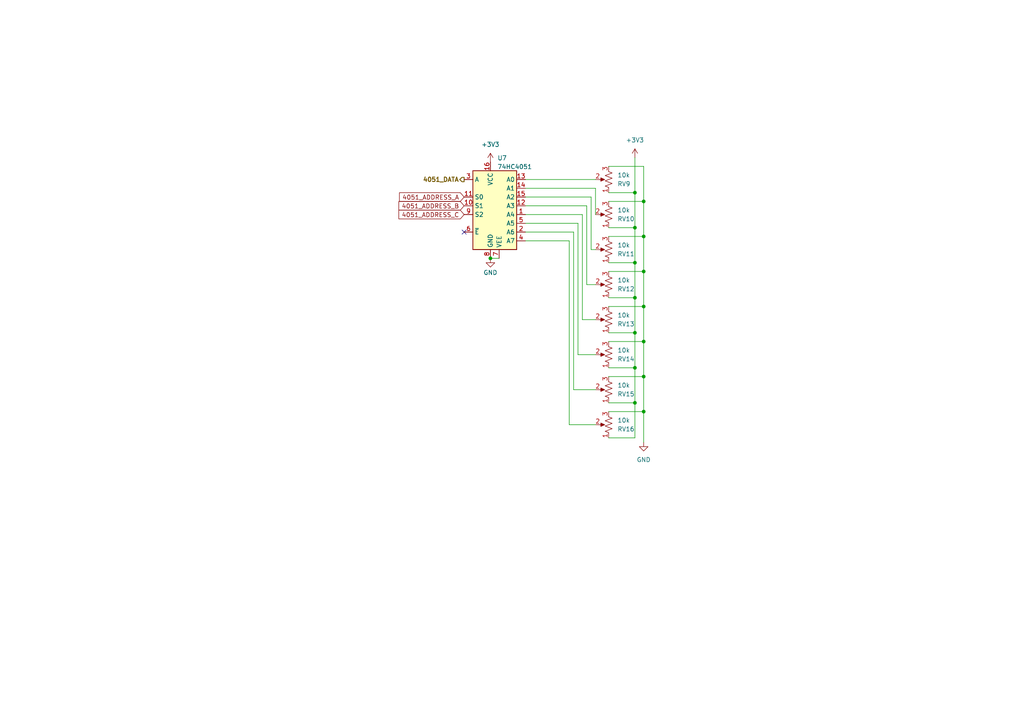
<source format=kicad_sch>
(kicad_sch (version 20230121) (generator eeschema)
  (paper "A4")
  (lib_symbols
    (symbol "74xx:74HC4051"
      (property "Reference" "U" (at -5.08 11.43 0))
      (property "Value" "74HC4051" (at -7.62 -13.97 0))
      (symbol "74HC4051_0_1"
        (rectangle (start -5.08 10.16) (end 7.62 -12.7) (stroke (width 0.254)) (fill (type background)))
      )
      (symbol "74HC4051_1_1"
        (pin passive line (at 10.16 -2.54 180) (length 2.54) (name "A4") (number "1"))
        (pin input line (at -7.62 0 0) (length 2.54) (name "S1") (number "10"))
        (pin input line (at -7.62 2.54 0) (length 2.54) (name "S0") (number "11"))
        (pin passive line (at 10.16 0 180) (length 2.54) (name "A3") (number "12"))
        (pin passive line (at 10.16 7.62 180) (length 2.54) (name "A0") (number "13"))
        (pin passive line (at 10.16 5.08 180) (length 2.54) (name "A1") (number "14"))
        (pin passive line (at 10.16 2.54 180) (length 2.54) (name "A2") (number "15"))
        (pin power_in line (at 0 12.7 270) (length 2.54) (name "VCC") (number "16"))
        (pin passive line (at 10.16 -7.62 180) (length 2.54) (name "A6") (number "2"))
        (pin passive line (at -7.62 7.62 0) (length 2.54) (name "A") (number "3"))
        (pin passive line (at 10.16 -10.16 180) (length 2.54) (name "A7") (number "4"))
        (pin passive line (at 10.16 -5.08 180) (length 2.54) (name "A5") (number "5"))
        (pin input line (at -7.62 -7.62 0) (length 2.54) (name "~{E}") (number "6"))
        (pin power_in line (at 2.54 -15.24 90) (length 2.54) (name "VEE") (number "7"))
        (pin power_in line (at 0 -15.24 90) (length 2.54) (name "GND") (number "8"))
        (pin input line (at -7.62 -2.54 0) (length 2.54) (name "S2") (number "9"))
      )
    )
    (symbol "Device:R_Potentiometer_US" (pin_names (offset 1.016) hide)
      (property "Reference" "RV" (at -4.445 0 90))
      (property "Value" "R_Potentiometer_US" (at -2.54 0 90))
      (symbol "R_Potentiometer_US_0_1"
        (polyline (pts (xy 0 -2.286) (xy 0 -2.54)))
        (polyline (pts (xy 0 2.54) (xy 0 2.286)))
        (polyline (pts (xy 2.54 0) (xy 1.524 0)))
        (polyline (pts (xy 1.143 0) (xy 2.286 0.508) (xy 2.286 -0.508) (xy 1.143 0)) (fill (type outline)))
        (polyline (pts (xy 0 -0.762) (xy 1.016 -1.143) (xy 0 -1.524) (xy -1.016 -1.905) (xy 0 -2.286)))
        (polyline (pts (xy 0 0.762) (xy 1.016 0.381) (xy 0 0) (xy -1.016 -0.381) (xy 0 -0.762)))
        (polyline (pts (xy 0 2.286) (xy 1.016 1.905) (xy 0 1.524) (xy -1.016 1.143) (xy 0 0.762)))
      )
      (symbol "R_Potentiometer_US_1_1"
        (pin passive line (at 0 3.81 270) (length 1.27) (name "1") (number "1"))
        (pin passive line (at 3.81 0 180) (length 1.27) (name "2") (number "2"))
        (pin passive line (at 0 -3.81 90) (length 1.27) (name "3") (number "3"))
      )
    )
    (symbol "power:+3V3" (power) (pin_names (offset 0))
      (property "Value" "+3V3" (at 0 3.556 0))
      (symbol "+3V3_0_1"
        (polyline (pts (xy -0.762 1.27) (xy 0 2.54)))
        (polyline (pts (xy 0 0) (xy 0 2.54)))
        (polyline (pts (xy 0 2.54) (xy 0.762 1.27)))
      )
      (symbol "+3V3_1_1"
        (pin power_in line (at 0 0 90) (length 0) hide (name "+3V3") (number "1"))
      )
    )
    (symbol "power:GND" (power) (pin_names (offset 0))
      (property "Value" "GND" (at 0 -3.81 0))
      (symbol "GND_0_1"
        (polyline (pts (xy 0 0) (xy 0 -1.27) (xy 1.27 -1.27) (xy 0 -2.54) (xy -1.27 -1.27) (xy 0 -1.27)))
      )
      (symbol "GND_1_1"
        (pin power_in line (at 0 0 270) (length 0) hide (name "GND") (number "1"))
      )
    )
  )
  (junction (at 186.69 68.58))
  (junction (at 184.15 96.52))
  (junction (at 184.15 86.36))
  (junction (at 186.69 78.74))
  (junction (at 184.15 106.68))
  (junction (at 184.15 55.88))
  (junction (at 186.69 99.06))
  (junction (at 184.15 76.2))
  (junction (at 184.15 66.04))
  (junction (at 184.15 116.84))
  (junction (at 142.24 74.93))
  (junction (at 186.69 58.42))
  (junction (at 186.69 88.9))
  (junction (at 186.69 109.22))
  (junction (at 186.69 119.38))
  (no_connect (at 134.62 67.31))
  (wire (pts (xy 171.45 72.39) (xy 172.72 72.39)))
  (wire (pts (xy 172.72 92.71) (xy 168.91 92.71)))
  (wire (pts (xy 176.53 86.36) (xy 184.15 86.36)))
  (wire (pts (xy 176.53 88.9) (xy 186.69 88.9)))
  (wire (pts (xy 176.53 106.68) (xy 184.15 106.68)))
  (wire (pts (xy 176.53 48.26) (xy 186.69 48.26)))
  (wire (pts (xy 184.15 116.84) (xy 184.15 106.68)))
  (wire (pts (xy 152.4 57.15) (xy 171.45 57.15)))
  (wire (pts (xy 186.69 119.38) (xy 186.69 128.27)))
  (wire (pts (xy 176.53 116.84) (xy 184.15 116.84)))
  (wire (pts (xy 168.91 62.23) (xy 152.4 62.23)))
  (wire (pts (xy 186.69 48.26) (xy 186.69 58.42)))
  (wire (pts (xy 176.53 78.74) (xy 186.69 78.74)))
  (wire (pts (xy 170.18 59.69) (xy 170.18 82.55)))
  (wire (pts (xy 167.64 102.87) (xy 172.72 102.87)))
  (wire (pts (xy 168.91 92.71) (xy 168.91 62.23)))
  (wire (pts (xy 176.53 66.04) (xy 184.15 66.04)))
  (wire (pts (xy 186.69 119.38) (xy 176.53 119.38)))
  (wire (pts (xy 166.37 67.31) (xy 166.37 113.03)))
  (wire (pts (xy 186.69 58.42) (xy 186.69 68.58)))
  (wire (pts (xy 152.4 54.61) (xy 172.72 54.61)))
  (wire (pts (xy 165.1 123.19) (xy 165.1 69.85)))
  (wire (pts (xy 176.53 109.22) (xy 186.69 109.22)))
  (wire (pts (xy 184.15 66.04) (xy 184.15 55.88)))
  (wire (pts (xy 176.53 96.52) (xy 184.15 96.52)))
  (wire (pts (xy 184.15 86.36) (xy 184.15 76.2)))
  (wire (pts (xy 184.15 45.72) (xy 184.15 55.88)))
  (wire (pts (xy 170.18 82.55) (xy 172.72 82.55)))
  (wire (pts (xy 165.1 69.85) (xy 152.4 69.85)))
  (wire (pts (xy 186.69 68.58) (xy 186.69 78.74)))
  (wire (pts (xy 142.24 74.93) (xy 144.78 74.93)))
  (wire (pts (xy 176.53 99.06) (xy 186.69 99.06)))
  (wire (pts (xy 186.69 109.22) (xy 186.69 119.38)))
  (wire (pts (xy 176.53 127) (xy 184.15 127)))
  (wire (pts (xy 152.4 67.31) (xy 166.37 67.31)))
  (wire (pts (xy 167.64 64.77) (xy 167.64 102.87)))
  (wire (pts (xy 176.53 68.58) (xy 186.69 68.58)))
  (wire (pts (xy 186.69 78.74) (xy 186.69 88.9)))
  (wire (pts (xy 152.4 64.77) (xy 167.64 64.77)))
  (wire (pts (xy 152.4 52.07) (xy 172.72 52.07)))
  (wire (pts (xy 176.53 58.42) (xy 186.69 58.42)))
  (wire (pts (xy 186.69 99.06) (xy 186.69 109.22)))
  (wire (pts (xy 172.72 54.61) (xy 172.72 62.23)))
  (wire (pts (xy 184.15 76.2) (xy 184.15 66.04)))
  (wire (pts (xy 184.15 127) (xy 184.15 116.84)))
  (wire (pts (xy 172.72 123.19) (xy 165.1 123.19)))
  (wire (pts (xy 166.37 113.03) (xy 172.72 113.03)))
  (wire (pts (xy 186.69 88.9) (xy 186.69 99.06)))
  (wire (pts (xy 184.15 106.68) (xy 184.15 96.52)))
  (wire (pts (xy 176.53 76.2) (xy 184.15 76.2)))
  (wire (pts (xy 184.15 55.88) (xy 176.53 55.88)))
  (wire (pts (xy 152.4 59.69) (xy 170.18 59.69)))
  (wire (pts (xy 171.45 57.15) (xy 171.45 72.39)))
  (wire (pts (xy 184.15 96.52) (xy 184.15 86.36)))
  (global_label "4051_ADDRESS_B" (shape input) (at 134.62 59.69 180) (property "Intersheetrefs" "${INTERSHEET_REFS}" (effects hide)))
  (global_label "4051_ADDRESS_C" (shape input) (at 134.62 62.23 180) (property "Intersheetrefs" "${INTERSHEET_REFS}" (effects hide)))
  (global_label "4051_ADDRESS_A" (shape input) (at 134.62 57.15 180) (property "Intersheetrefs" "${INTERSHEET_REFS}" (effects hide)))
  (hierarchical_label "4051_DATA" (shape output) (at 134.62 52.07 180) (effects (font bold)))
  (symbol (lib_id "Device:R_Potentiometer_US") (at 176.53 102.87 180) (unit 1)
    (property "Reference" "RV14" (at 179.07 104.1401 0) (effects (justify right)))
    (property "Value" "10k" (at 179.07 101.6001 0) (effects (justify right)))
    (property "Footprint" "Connector_PinSocket_2.54mm:PinSocket_1x03_P2.54mm_Vertical" (effects hide))
    (instances (project "dk2_00" (path "" (reference "RV14") (unit 1)) (path "" (reference "RV6") (unit 1))))
  )
  (symbol (lib_id "Device:R_Potentiometer_US") (at 176.53 123.19 180) (unit 1)
    (property "Reference" "RV16" (at 179.07 124.4601 0) (effects (justify right)))
    (property "Value" "10k" (at 179.07 121.9201 0) (effects (justify right)))
    (property "Footprint" "Connector_PinSocket_2.54mm:PinSocket_1x03_P2.54mm_Vertical" (effects hide))
    (instances (project "dk2_00" (path "" (reference "RV16") (unit 1)) (path "" (reference "RV8") (unit 1))))
  )
  (symbol (lib_id "power:GND") (at 186.69 128.27 0) (unit 1)
    (property "Reference" "#PWR035" (effects hide))
    (property "Value" "GND" (at 186.69 133.35 0))
    (instances (project "dk2_00" (path "" (reference "#PWR035") (unit 1)) (path "" (reference "#PWR031") (unit 1))))
  )
  (symbol (lib_id "Device:R_Potentiometer_US") (at 176.53 52.07 180) (unit 1)
    (property "Reference" "RV9" (at 179.07 53.3401 0) (effects (justify right)))
    (property "Value" "10k" (at 179.07 50.8001 0) (effects (justify right)))
    (property "Footprint" "Library:Potentiometer_Alps_RK09K_vertical_biggerholes" (effects hide))
    (instances (project "dk2_00" (path "" (reference "RV9") (unit 1)) (path "" (reference "RV1") (unit 1))))
  )
  (symbol (lib_id "Device:R_Potentiometer_US") (at 176.53 72.39 180) (unit 1)
    (property "Reference" "RV11" (at 179.07 73.6601 0) (effects (justify right)))
    (property "Value" "10k" (at 179.07 71.1201 0) (effects (justify right)))
    (property "Footprint" "Library:Potentiometer_Alps_RK09K_vertical_biggerholes" (effects hide))
    (instances (project "dk2_00" (path "" (reference "RV11") (unit 1)) (path "" (reference "RV3") (unit 1))))
  )
  (symbol (lib_id "Device:R_Potentiometer_US") (at 176.53 82.55 180) (unit 1)
    (property "Reference" "RV12" (at 179.07 83.8201 0) (effects (justify right)))
    (property "Value" "10k" (at 179.07 81.2801 0) (effects (justify right)))
    (property "Footprint" "Library:Potentiometer_Alps_RK09K_vertical_biggerholes" (effects hide))
    (instances (project "dk2_00" (path "" (reference "RV12") (unit 1)) (path "" (reference "RV4") (unit 1))))
  )
  (symbol (lib_id "power:GND") (at 142.24 74.93 0) (unit 1)
    (property "Reference" "#PWR033" (effects hide))
    (property "Value" "GND" (at 142.24 79.0655 0))
    (instances (project "dk2_00" (path "" (reference "#PWR033") (unit 1)) (path "" (reference "#PWR029") (unit 1))))
  )
  (symbol (lib_id "Device:R_Potentiometer_US") (at 176.53 113.03 180) (unit 1)
    (property "Reference" "RV15" (at 179.07 114.3001 0) (effects (justify right)))
    (property "Value" "10k" (at 179.07 111.7601 0) (effects (justify right)))
    (property "Footprint" "Connector_PinSocket_2.54mm:PinSocket_1x03_P2.54mm_Vertical" (effects hide))
    (instances (project "dk2_00" (path "" (reference "RV15") (unit 1)) (path "" (reference "RV7") (unit 1))))
  )
  (symbol (lib_id "power:+3V3") (at 142.24 46.99 0) (unit 1)
    (property "Reference" "#PWR032" (effects hide))
    (property "Value" "+3V3" (at 142.24 41.91 0))
    (instances (project "dk2_00" (path "" (reference "#PWR032") (unit 1)) (path "" (reference "#PWR028") (unit 1))))
  )
  (symbol (lib_id "Device:R_Potentiometer_US") (at 176.53 92.71 180) (unit 1)
    (property "Reference" "RV13" (at 179.07 93.9801 0) (effects (justify right)))
    (property "Value" "10k" (at 179.07 91.4401 0) (effects (justify right)))
    (property "Footprint" "Connector_PinSocket_2.54mm:PinSocket_1x03_P2.54mm_Vertical" (effects hide))
    (instances (project "dk2_00" (path "" (reference "RV13") (unit 1)) (path "" (reference "RV5") (unit 1))))
  )
  (symbol (lib_id "Device:R_Potentiometer_US") (at 176.53 62.23 180) (unit 1)
    (property "Reference" "RV10" (at 179.07 63.5001 0) (effects (justify right)))
    (property "Value" "10k" (at 179.07 60.9601 0) (effects (justify right)))
    (property "Footprint" "Library:Potentiometer_Alps_RK09K_vertical_biggerholes" (effects hide))
    (instances (project "dk2_00" (path "" (reference "RV10") (unit 1)) (path "" (reference "RV2") (unit 1))))
  )
  (symbol (lib_id "74xx:74HC4051") (at 142.24 59.69 0) (unit 1)
    (property "Reference" "U7" (at 144.2594 45.8302 0) (effects (justify left)))
    (property "Value" "74HC4051" (at 144.2594 48.3671 0) (effects (justify left)))
    (property "Footprint" "Package_SO:SOIC-16_3.9x9.9mm_P1.27mm" (effects hide))
    (property "Datasheet" "http://www.ti.com/lit/ds/symlink/cd74hc4051.pdf" (effects hide))
    (instances (project "dk2_00" (path "" (reference "U7") (unit 1)) (path "" (reference "U6") (unit 1))))
  )
  (symbol (lib_id "power:+3V3") (at 184.15 45.72 0) (unit 1)
    (property "Reference" "#PWR034" (effects hide))
    (property "Value" "+3V3" (at 184.15 40.64 0))
    (instances (project "dk2_00" (path "" (reference "#PWR034") (unit 1)) (path "" (reference "#PWR030") (unit 1))))
  )
)
</source>
